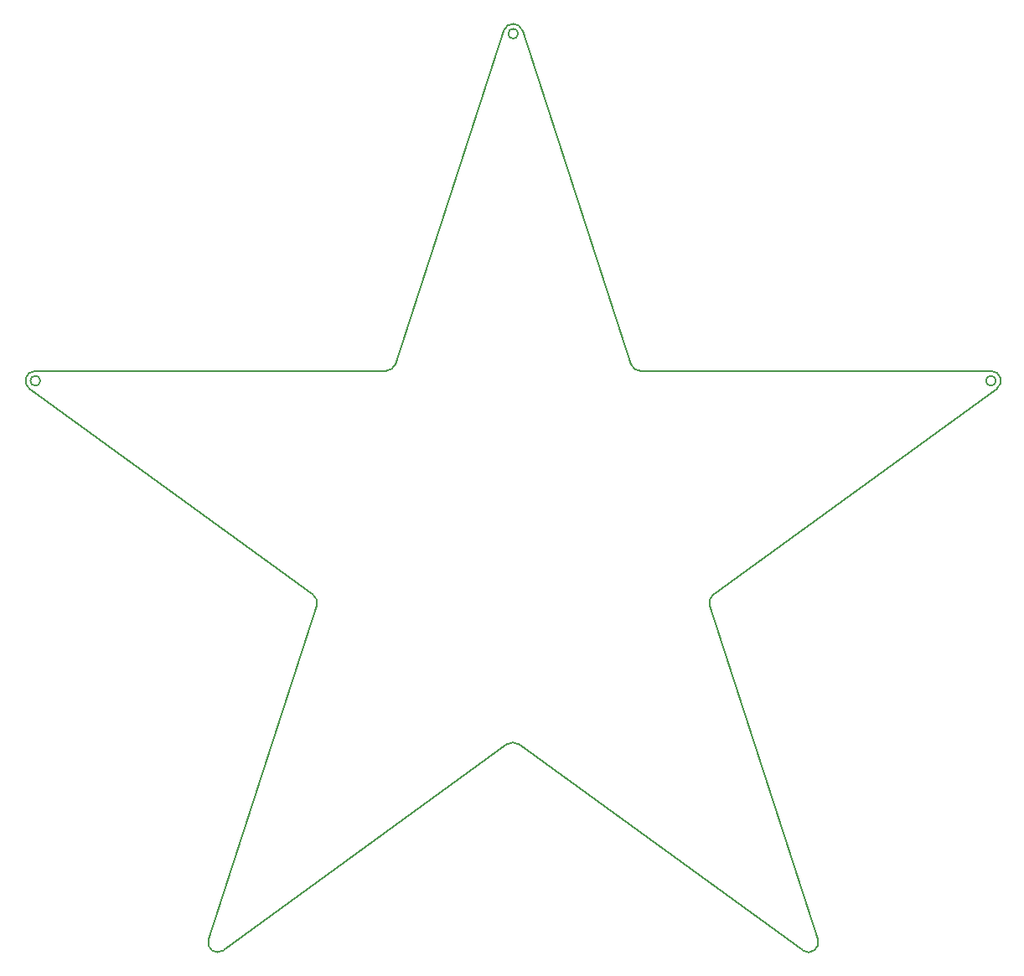
<source format=gbr>
G04 #@! TF.GenerationSoftware,KiCad,Pcbnew,(5.1.2)-2*
G04 #@! TF.CreationDate,2019-11-11T22:41:21-05:00*
G04 #@! TF.ProjectId,LightStar_RevA,4c696768-7453-4746-9172-5f526576412e,rev?*
G04 #@! TF.SameCoordinates,Original*
G04 #@! TF.FileFunction,Profile,NP*
%FSLAX46Y46*%
G04 Gerber Fmt 4.6, Leading zero omitted, Abs format (unit mm)*
G04 Created by KiCad (PCBNEW (5.1.2)-2) date 2019-11-11 22:41:21*
%MOMM*%
%LPD*%
G04 APERTURE LIST*
%ADD10C,0.200000*%
G04 APERTURE END LIST*
D10*
X197279368Y-93313082D02*
G75*
G03X197279368Y-93313082I-500000J0D01*
G01*
X149000000Y-58236068D02*
G75*
G03X149000000Y-58236068I-500000J0D01*
G01*
X100720632Y-93313082D02*
G75*
G03X100720632Y-93313082I-500000J0D01*
G01*
X168704434Y-114946784D02*
X197367154Y-94122099D01*
X179289347Y-149759867D02*
X168341162Y-116064818D01*
X160399241Y-91622099D02*
X149451057Y-57927051D01*
X196779368Y-92313082D02*
X161350298Y-92313082D01*
X135649702Y-92313082D02*
X100220632Y-92313082D01*
X147548944Y-57927051D02*
X136600759Y-91622099D01*
X128658838Y-116064818D02*
X117710653Y-149759867D01*
X99632846Y-94122099D02*
X128295566Y-114946784D01*
X119249495Y-150877901D02*
X147912215Y-130053215D01*
X149087785Y-130053215D02*
X177750505Y-150877901D01*
X147912215Y-130053216D02*
G75*
G02X149087785Y-130053216I587785J-809017D01*
G01*
X168341163Y-116064819D02*
G75*
G02X168704433Y-114946784I951056J309018D01*
G01*
X161350297Y-92313082D02*
G75*
G02X160399241Y-91622098I1J1000000D01*
G01*
X136600759Y-91622099D02*
G75*
G02X135649702Y-92313082I-951057J309017D01*
G01*
X128295565Y-114946784D02*
G75*
G02X128658837Y-116064817I-587784J-809017D01*
G01*
X119249494Y-150877901D02*
G75*
G02X117710652Y-149759867I-587785J809017D01*
G01*
X179289348Y-149759868D02*
G75*
G02X177750505Y-150877900I-951057J-309016D01*
G01*
X196779368Y-92313083D02*
G75*
G02X197367153Y-94122098I0J-999999D01*
G01*
X147548943Y-57927051D02*
G75*
G02X149451056Y-57927051I951057J-309017D01*
G01*
X99632847Y-94122099D02*
G75*
G02X100220632Y-92313082I587785J809017D01*
G01*
M02*

</source>
